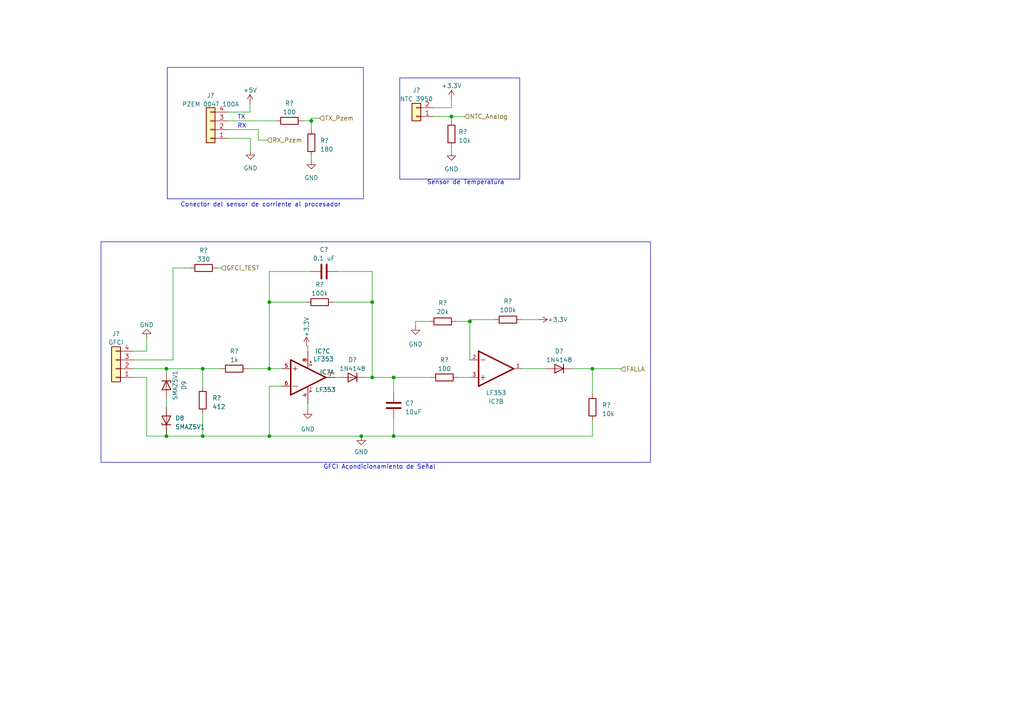
<source format=kicad_sch>
(kicad_sch (version 20230121) (generator eeschema)
  (paper "A4")
  (lib_symbols
    (symbol "Connector_Generic:Conn_01x02" (pin_names (offset 1.016) hide)
      (property "Reference" "J" (at 0 2.54 0))
      (property "Value" "Conn_01x02" (at 0 -5.08 0))
      (symbol "Conn_01x02_1_1"
        (rectangle (start -1.27 -2.413) (end 0 -2.667) (stroke (width 0.1524)))
        (rectangle (start -1.27 0.127) (end 0 -0.127) (stroke (width 0.1524)))
        (rectangle (start -1.27 1.27) (end 1.27 -3.81) (stroke (width 0.254)) (fill (type background)))
        (pin passive line (at -5.08 0 0) (length 3.81) (name "Pin_1") (number "1"))
        (pin passive line (at -5.08 -2.54 0) (length 3.81) (name "Pin_2") (number "2"))
      )
    )
    (symbol "Connector_Generic:Conn_01x04" (pin_names (offset 1.016) hide)
      (property "Reference" "J" (at 0 5.08 0))
      (property "Value" "Conn_01x04" (at 0 -7.62 0))
      (symbol "Conn_01x04_1_1"
        (rectangle (start -1.27 -4.953) (end 0 -5.207) (stroke (width 0.1524)))
        (rectangle (start -1.27 -2.413) (end 0 -2.667) (stroke (width 0.1524)))
        (rectangle (start -1.27 0.127) (end 0 -0.127) (stroke (width 0.1524)))
        (rectangle (start -1.27 2.667) (end 0 2.413) (stroke (width 0.1524)))
        (rectangle (start -1.27 3.81) (end 1.27 -6.35) (stroke (width 0.254)) (fill (type background)))
        (pin passive line (at -5.08 2.54 0) (length 3.81) (name "Pin_1") (number "1"))
        (pin passive line (at -5.08 0 0) (length 3.81) (name "Pin_2") (number "2"))
        (pin passive line (at -5.08 -2.54 0) (length 3.81) (name "Pin_3") (number "3"))
        (pin passive line (at -5.08 -5.08 0) (length 3.81) (name "Pin_4") (number "4"))
      )
    )
    (symbol "Device:C" (pin_numbers hide) (pin_names (offset 0.254))
      (property "Reference" "C" (at 0.635 2.54 0))
      (property "Value" "C" (at 0.635 -2.54 0))
      (symbol "C_0_1"
        (polyline (pts (xy -2.032 -0.762) (xy 2.032 -0.762)) (stroke (width 0.508)))
        (polyline (pts (xy -2.032 0.762) (xy 2.032 0.762)) (stroke (width 0.508)))
      )
      (symbol "C_1_1"
        (pin passive line (at 0 3.81 270) (length 2.794) (name "~") (number "1"))
        (pin passive line (at 0 -3.81 90) (length 2.794) (name "~") (number "2"))
      )
    )
    (symbol "Device:D_Zener" (pin_numbers hide) (pin_names (offset 1.016) hide)
      (property "Reference" "D" (at 0 2.54 0))
      (property "Value" "D_Zener" (at 0 -2.54 0))
      (symbol "D_Zener_0_1"
        (polyline (pts (xy 1.27 0) (xy -1.27 0)))
        (polyline (pts (xy -1.27 -1.27) (xy -1.27 1.27) (xy -0.762 1.27)) (stroke (width 0.254)))
        (polyline (pts (xy 1.27 -1.27) (xy 1.27 1.27) (xy -1.27 0) (xy 1.27 -1.27)) (stroke (width 0.254)))
      )
      (symbol "D_Zener_1_1"
        (pin passive line (at -3.81 0 0) (length 2.54) (name "K") (number "1"))
        (pin passive line (at 3.81 0 180) (length 2.54) (name "A") (number "2"))
      )
    )
    (symbol "Device:R" (pin_numbers hide) (pin_names (offset 0))
      (property "Reference" "R" (at 2.032 0 90))
      (property "Value" "R" (at 0 0 90))
      (symbol "R_0_1"
        (rectangle (start -1.016 -2.54) (end 1.016 2.54) (stroke (width 0.254)))
      )
      (symbol "R_1_1"
        (pin passive line (at 0 3.81 270) (length 1.27) (name "~") (number "1"))
        (pin passive line (at 0 -3.81 90) (length 1.27) (name "~") (number "2"))
      )
    )
    (symbol "Diode:1N4148" (pin_numbers hide) (pin_names hide)
      (property "Reference" "D" (at 0 2.54 0))
      (property "Value" "1N4148" (at 0 -2.54 0))
      (symbol "1N4148_0_1"
        (polyline (pts (xy -1.27 1.27) (xy -1.27 -1.27)) (stroke (width 0.254)))
        (polyline (pts (xy 1.27 0) (xy -1.27 0)))
        (polyline (pts (xy 1.27 1.27) (xy 1.27 -1.27) (xy -1.27 0) (xy 1.27 1.27)) (stroke (width 0.254)))
      )
      (symbol "1N4148_1_1"
        (pin passive line (at -3.81 0 0) (length 2.54) (name "K") (number "1"))
        (pin passive line (at 3.81 0 180) (length 2.54) (name "A") (number "2"))
      )
    )
    (symbol "LF353:LF353" (pin_names (offset 1.016))
      (property "Reference" "IC" (at 0 0 0))
      (property "Value" "LF353" (at 0 0 0))
      (symbol "LF353_1_0"
        (text "V+" (at 1.27 3.175 900) (effects (font (size 0.8128 0.8128)) (justify left bottom)))
        (text "V-" (at 1.27 -4.445 900) (effects (font (size 0.8128 0.8128)) (justify left bottom)))
        (pin power_in line (at 0 -7.62 90) (length 5.08) (name "~") (number "4"))
        (pin power_in line (at 0 7.62 270) (length 5.08) (name "~") (number "8"))
      )
      (symbol "LF353_2_0"
        (polyline (pts (xy -5.08 -5.08) (xy 5.08 0)) (stroke (width 0.4064)))
        (polyline (pts (xy -5.08 5.08) (xy -5.08 -5.08)) (stroke (width 0.4064)))
        (polyline (pts (xy -4.445 -2.54) (xy -3.175 -2.54)) (stroke (width 0.1524)))
        (polyline (pts (xy -4.445 2.54) (xy -3.175 2.54)) (stroke (width 0.1524)))
        (polyline (pts (xy -3.81 3.175) (xy -3.81 1.905)) (stroke (width 0.1524)))
        (polyline (pts (xy 5.08 0) (xy -5.08 5.08)) (stroke (width 0.4064)))
        (pin output line (at 7.62 0 180) (length 2.54) (name "~") (number "1"))
        (pin input line (at -7.62 -2.54 0) (length 2.54) (name "~") (number "2"))
        (pin input line (at -7.62 2.54 0) (length 2.54) (name "~") (number "3"))
      )
      (symbol "LF353_3_0"
        (polyline (pts (xy -5.08 -5.08) (xy 5.08 0)) (stroke (width 0.4064)))
        (polyline (pts (xy -5.08 5.08) (xy -5.08 -5.08)) (stroke (width 0.4064)))
        (polyline (pts (xy -4.445 -2.54) (xy -3.175 -2.54)) (stroke (width 0.1524)))
        (polyline (pts (xy -4.445 2.54) (xy -3.175 2.54)) (stroke (width 0.1524)))
        (polyline (pts (xy -3.81 3.175) (xy -3.81 1.905)) (stroke (width 0.1524)))
        (polyline (pts (xy 5.08 0) (xy -5.08 5.08)) (stroke (width 0.4064)))
        (pin input line (at -7.62 2.54 0) (length 2.54) (name "~") (number "5"))
        (pin input line (at -7.62 -2.54 0) (length 2.54) (name "~") (number "6"))
        (pin output line (at 7.62 0 180) (length 2.54) (name "~") (number "7"))
      )
    )
    (symbol "power:+3.3V" (power) (pin_names (offset 0))
      (property "Value" "+3.3V" (at 0 3.556 0))
      (symbol "+3.3V_0_1"
        (polyline (pts (xy -0.762 1.27) (xy 0 2.54)))
        (polyline (pts (xy 0 0) (xy 0 2.54)))
        (polyline (pts (xy 0 2.54) (xy 0.762 1.27)))
      )
      (symbol "+3.3V_1_1"
        (pin power_in line (at 0 0 90) (length 0) hide (name "+3.3V") (number "1"))
      )
    )
    (symbol "power:+5V" (power) (pin_names (offset 0))
      (property "Value" "+5V" (at 0 3.556 0))
      (symbol "+5V_0_1"
        (polyline (pts (xy -0.762 1.27) (xy 0 2.54)))
        (polyline (pts (xy 0 0) (xy 0 2.54)))
        (polyline (pts (xy 0 2.54) (xy 0.762 1.27)))
      )
      (symbol "+5V_1_1"
        (pin power_in line (at 0 0 90) (length 0) hide (name "+5V") (number "1"))
      )
    )
    (symbol "power:GND" (power) (pin_names (offset 0))
      (property "Value" "GND" (at 0 -3.81 0))
      (symbol "GND_0_1"
        (polyline (pts (xy 0 0) (xy 0 -1.27) (xy 1.27 -1.27) (xy 0 -2.54) (xy -1.27 -1.27) (xy 0 -1.27)))
      )
      (symbol "GND_1_1"
        (pin power_in line (at 0 0 270) (length 0) hide (name "GND") (number "1"))
      )
    )
  )
  (junction (at 90.297 35.052))
  (junction (at 78.105 126.492))
  (junction (at 48.26 106.934))
  (junction (at 107.95 87.63))
  (junction (at 171.831 106.934))
  (junction (at 78.105 106.934))
  (junction (at 136.271 93.218))
  (junction (at 48.26 126.492))
  (junction (at 107.95 109.474))
  (junction (at 114.173 109.474))
  (junction (at 58.801 126.492))
  (junction (at 130.937 33.782))
  (junction (at 78.105 87.63))
  (junction (at 104.775 126.492))
  (junction (at 114.173 126.492))
  (junction (at 58.801 106.934))
  (wire (pts (xy 114.173 126.492) (xy 171.831 126.492)))
  (wire (pts (xy 132.715 109.474) (xy 136.271 109.474)))
  (wire (pts (xy 125.857 31.242) (xy 130.937 31.242)))
  (wire (pts (xy 74.93 40.64) (xy 74.93 37.592)))
  (wire (pts (xy 136.271 92.71) (xy 143.51 92.71)))
  (wire (pts (xy 87.757 35.052) (xy 90.297 35.052)))
  (wire (pts (xy 120.523 93.218) (xy 120.523 94.488)))
  (wire (pts (xy 48.26 115.57) (xy 48.26 118.11)))
  (wire (pts (xy 78.105 112.014) (xy 78.105 126.492)))
  (wire (pts (xy 42.545 101.854) (xy 42.545 98.044)))
  (wire (pts (xy 81.788 106.934) (xy 78.105 106.934)))
  (wire (pts (xy 66.167 35.052) (xy 80.137 35.052)))
  (wire (pts (xy 130.937 42.672) (xy 130.937 43.942)))
  (wire (pts (xy 165.989 106.934) (xy 171.831 106.934)))
  (wire (pts (xy 50.165 77.724) (xy 50.165 104.394)))
  (wire (pts (xy 90.297 45.212) (xy 90.297 46.482)))
  (wire (pts (xy 71.755 106.934) (xy 78.105 106.934)))
  (wire (pts (xy 171.831 126.492) (xy 171.831 121.92)))
  (wire (pts (xy 114.173 121.412) (xy 114.173 126.492)))
  (wire (pts (xy 114.173 109.474) (xy 114.173 113.792)))
  (wire (pts (xy 72.517 32.512) (xy 72.517 29.972)))
  (wire (pts (xy 58.801 112.268) (xy 58.801 106.934)))
  (wire (pts (xy 38.735 101.854) (xy 42.545 101.854)))
  (wire (pts (xy 62.865 77.724) (xy 64.135 77.724)))
  (wire (pts (xy 38.735 104.394) (xy 50.165 104.394)))
  (wire (pts (xy 107.95 109.474) (xy 114.173 109.474)))
  (wire (pts (xy 136.271 92.71) (xy 136.271 93.218)))
  (wire (pts (xy 78.105 112.014) (xy 81.788 112.014)))
  (wire (pts (xy 97.79 78.74) (xy 107.95 78.74)))
  (wire (pts (xy 132.207 93.218) (xy 136.271 93.218)))
  (wire (pts (xy 78.105 87.63) (xy 78.105 106.934)))
  (wire (pts (xy 130.937 33.782) (xy 134.747 33.782)))
  (wire (pts (xy 106.045 109.474) (xy 107.95 109.474)))
  (wire (pts (xy 180.086 106.934) (xy 180.086 107.061)))
  (wire (pts (xy 125.857 33.782) (xy 130.937 33.782)))
  (wire (pts (xy 97.028 109.474) (xy 98.425 109.474)))
  (wire (pts (xy 89.281 100.33) (xy 89.281 101.854)))
  (wire (pts (xy 124.587 93.218) (xy 120.523 93.218)))
  (wire (pts (xy 90.297 34.29) (xy 92.71 34.29)))
  (wire (pts (xy 78.105 87.63) (xy 78.105 78.74)))
  (wire (pts (xy 74.93 40.64) (xy 77.47 40.64)))
  (wire (pts (xy 114.173 109.474) (xy 125.095 109.474)))
  (wire (pts (xy 171.831 106.934) (xy 171.831 114.3)))
  (wire (pts (xy 42.545 126.492) (xy 48.26 126.492)))
  (wire (pts (xy 107.95 78.74) (xy 107.95 87.63)))
  (wire (pts (xy 38.735 106.934) (xy 48.26 106.934)))
  (wire (pts (xy 151.13 92.71) (xy 156.21 92.71)))
  (wire (pts (xy 74.93 37.592) (xy 66.167 37.592)))
  (wire (pts (xy 66.167 32.512) (xy 72.517 32.512)))
  (wire (pts (xy 104.775 126.492) (xy 114.173 126.492)))
  (wire (pts (xy 72.644 40.132) (xy 72.644 43.688)))
  (wire (pts (xy 42.545 109.474) (xy 42.545 126.492)))
  (wire (pts (xy 89.281 117.094) (xy 89.281 118.872)))
  (wire (pts (xy 58.801 126.492) (xy 78.105 126.492)))
  (wire (pts (xy 171.831 106.934) (xy 180.086 106.934)))
  (wire (pts (xy 130.937 33.782) (xy 130.937 35.052)))
  (wire (pts (xy 78.105 87.63) (xy 88.9 87.63)))
  (wire (pts (xy 88.9 100.33) (xy 89.281 100.33)))
  (wire (pts (xy 38.735 109.474) (xy 42.545 109.474)))
  (wire (pts (xy 48.26 126.492) (xy 58.801 126.492)))
  (wire (pts (xy 78.105 126.492) (xy 104.775 126.492)))
  (wire (pts (xy 151.511 106.934) (xy 158.369 106.934)))
  (wire (pts (xy 78.105 78.74) (xy 90.17 78.74)))
  (wire (pts (xy 66.167 40.132) (xy 72.644 40.132)))
  (wire (pts (xy 48.26 106.934) (xy 58.801 106.934)))
  (wire (pts (xy 58.801 106.934) (xy 64.135 106.934)))
  (wire (pts (xy 90.297 37.592) (xy 90.297 35.052)))
  (wire (pts (xy 96.52 87.63) (xy 107.95 87.63)))
  (wire (pts (xy 90.297 34.29) (xy 90.297 35.052)))
  (wire (pts (xy 107.95 87.63) (xy 107.95 109.474)))
  (wire (pts (xy 48.26 106.934) (xy 48.26 107.95)))
  (wire (pts (xy 58.801 119.888) (xy 58.801 126.492)))
  (wire (pts (xy 48.26 125.73) (xy 48.26 126.492)))
  (wire (pts (xy 136.271 93.218) (xy 136.271 104.394)))
  (wire (pts (xy 50.165 77.724) (xy 55.245 77.724)))
  (wire (pts (xy 130.937 28.702) (xy 130.937 31.242)))
  (rectangle (start 48.514 19.558) (end 105.41 57.658))
  (rectangle (start 115.951 22.606) (end 150.749 51.943))
  (rectangle (start 29.2862 70.1294) (end 188.6712 134.112))
  (text "TX" (at 68.834 34.798 0) (effects (font (size 1.27 1.27)) (justify left bottom)))
  (text "Conector del sensor de corriente al procesador" (at 52.324 60.198 0) (effects (font (size 1.27 1.27)) (justify left bottom)))
  (text "GFCI Acondicionamiento de Señal" (at 93.7768 136.271 0) (effects (font (size 1.27 1.27)) (justify left bottom)))
  (text "RX" (at 68.834 37.338 0) (effects (font (size 1.27 1.27)) (justify left bottom)))
  (text "Sensor de Temperatura" (at 123.825 53.721 0) (effects (font (size 1.27 1.27)) (justify left bottom)))
  (hierarchical_label "TX_Pzem" (shape input) (at 92.71 34.29 0))
  (hierarchical_label "NTC_Analog" (shape input) (at 134.747 33.782 0))
  (hierarchical_label "FALLA" (shape input) (at 180.086 107.061 0))
  (hierarchical_label "GFCI_TEST" (shape input) (at 64.135 77.724 0))
  (hierarchical_label "RX_Pzem" (shape input) (at 77.47 40.64 0))
  (symbol (lib_id "Device:R") (at 67.945 106.934 270) (unit 1)
    (property "Reference" "R?" (at 67.945 101.854 90))
    (property "Value" "1k" (at 67.945 104.394 90))
    (property "Footprint" "Resistor_SMD:R_1206_3216Metric_Pad1.30x1.75mm_HandSolder" (effects hide))
    (instances (project "Sensores" (path "" (reference "R?") (unit 1))) (project "CircuitoPotencia" (path "" (reference "R11") (unit 1))))
  )
  (symbol (lib_id "Device:R") (at 128.905 109.474 90) (unit 1)
    (property "Reference" "R?" (at 128.905 104.394 90))
    (property "Value" "100" (at 128.905 106.934 90))
    (property "Footprint" "Resistor_SMD:R_1206_3216Metric_Pad1.30x1.75mm_HandSolder" (effects hide))
    (instances (project "Sensores" (path "" (reference "R?") (unit 1))) (project "CircuitoPotencia" (path "" (reference "R16") (unit 1))))
  )
  (symbol (lib_id "power:GND") (at 72.644 43.688 0) (unit 1)
    (property "Reference" "#PWR?" (effects hide))
    (property "Value" "GND" (at 72.644 48.768 0))
    (instances (project "Sensores" (path "" (reference "#PWR?") (unit 1))) (project "CircuitoPotencia" (path "" (reference "#PWR022") (unit 1))))
  )
  (symbol (lib_id "LF353:LF353") (at 143.891 106.934 0) (mirror x) (unit 2)
    (property "Reference" "IC?" (at 143.891 116.459 0))
    (property "Value" "LF353" (at 143.891 113.919 0))
    (property "Footprint" "LF353:DIL08" (effects hide))
    (instances (project "Sensores" (path "" (reference "IC?") (unit 2))) (project "CircuitoPotencia" (path "" (reference "IC1") (unit 2))))
  )
  (symbol (lib_id "Device:R") (at 59.055 77.724 90) (unit 1)
    (property "Reference" "R?" (at 59.055 72.644 90))
    (property "Value" "330" (at 59.055 75.184 90))
    (property "Footprint" "Resistor_SMD:R_1206_3216Metric_Pad1.30x1.75mm_HandSolder" (effects hide))
    (instances (project "Sensores" (path "" (reference "R?") (unit 1))) (project "CircuitoPotencia" (path "" (reference "R10") (unit 1))))
  )
  (symbol (lib_id "Device:C") (at 114.173 117.602 0) (unit 1)
    (property "Reference" "C?" (at 117.475 116.967 0) (effects (justify left)))
    (property "Value" "10uF" (at 117.475 119.507 0) (effects (justify left)))
    (property "Footprint" "Capacitor_SMD:C_0805_2012Metric_Pad1.18x1.45mm_HandSolder" (effects hide))
    (instances (project "Sensores" (path "" (reference "C?") (unit 1))) (project "CircuitoPotencia" (path "" (reference "C5") (unit 1))))
  )
  (symbol (lib_id "power:GND") (at 89.281 118.872 0) (unit 1)
    (property "Reference" "#PWR?" (effects hide))
    (property "Value" "GND" (at 89.281 124.46 0))
    (instances (project "Sensores" (path "" (reference "#PWR?") (unit 1))) (project "CircuitoPotencia" (path "" (reference "#PWR024") (unit 1))))
  )
  (symbol (lib_id "Device:R") (at 128.397 93.218 90) (unit 1)
    (property "Reference" "R?" (at 128.397 87.884 90))
    (property "Value" "20k" (at 128.397 90.424 90))
    (property "Footprint" "Resistor_SMD:R_1206_3216Metric_Pad1.30x1.75mm_HandSolder" (effects hide))
    (instances (project "Sensores" (path "" (reference "R?") (unit 1))) (project "CircuitoPotencia" (path "" (reference "R15") (unit 1))))
  )
  (symbol (lib_id "power:GND") (at 42.545 98.044 180) (unit 1)
    (property "Reference" "#PWR?" (effects hide))
    (property "Value" "GND" (at 42.545 94.234 0))
    (instances (project "Sensores" (path "" (reference "#PWR?") (unit 1))) (project "CircuitoPotencia" (path "" (reference "#PWR020") (unit 1))))
  )
  (symbol (lib_id "Device:D_Zener") (at 48.26 111.76 270) (unit 1)
    (property "Reference" "D9" (at 53.34 111.76 0))
    (property "Value" "SMAZ5V1" (at 50.8 111.76 0))
    (property "Footprint" "DO214AC:DO-214AC" (effects hide))
  )
  (symbol (lib_id "power:GND") (at 130.937 43.942 0) (unit 1)
    (property "Reference" "#PWR?" (effects hide))
    (property "Value" "GND" (at 130.937 49.022 0))
    (instances (project "Sensores" (path "" (reference "#PWR?") (unit 1))) (project "CircuitoPotencia" (path "" (reference "#PWR029") (unit 1))))
  )
  (symbol (lib_id "power:+3.3V") (at 88.9 100.33 0) (unit 1)
    (property "Reference" "#PWR023" (effects hide))
    (property "Value" "+3.3V" (at 88.9 97.79 90) (effects (justify left)))
  )
  (symbol (lib_id "Diode:1N4148") (at 102.235 109.474 180) (unit 1)
    (property "Reference" "D?" (at 102.235 104.3686 0))
    (property "Value" "1N4148" (at 102.235 106.9086 0))
    (property "Footprint" "Diode_THT:D_DO-35_SOD27_P7.62mm_Horizontal" (effects hide))
    (property "Datasheet" "https://assets.nexperia.com/documents/data-sheet/1N4148_1N4448.pdf" (effects hide))
    (property "Sim.Device" "D" (effects hide))
    (property "Sim.Pins" "1=K 2=A" (effects hide))
    (instances (project "Sensores" (path "" (reference "D?") (unit 1))) (project "CircuitoPotencia" (path "" (reference "D5") (unit 1))))
  )
  (symbol (lib_id "power:GND") (at 90.297 46.482 0) (unit 1)
    (property "Reference" "#PWR?" (effects hide))
    (property "Value" "GND" (at 90.297 51.562 0))
    (instances (project "Sensores" (path "" (reference "#PWR?") (unit 1))) (project "CircuitoPotencia" (path "" (reference "#PWR025") (unit 1))))
  )
  (symbol (lib_id "power:+3.3V") (at 130.937 28.702 0) (unit 1)
    (property "Reference" "#PWR?" (effects hide))
    (property "Value" "+3.3V" (at 130.937 24.892 0))
    (instances (project "Sensores" (path "" (reference "#PWR?") (unit 1))) (project "CircuitoPotencia" (path "" (reference "#PWR028") (unit 1))))
  )
  (symbol (lib_id "Device:R") (at 171.831 118.11 0) (unit 1)
    (property "Reference" "R?" (at 174.625 117.475 0) (effects (justify left)))
    (property "Value" "10k" (at 174.625 120.015 0) (effects (justify left)))
    (property "Footprint" "Resistor_SMD:R_1206_3216Metric_Pad1.30x1.75mm_HandSolder" (effects hide))
    (instances (project "Sensores" (path "" (reference "R?") (unit 1))) (project "CircuitoPotencia" (path "" (reference "R19") (unit 1))))
  )
  (symbol (lib_id "Connector_Generic:Conn_01x02") (at 120.777 33.782 180) (unit 1)
    (property "Reference" "J?" (at 120.777 26.162 0))
    (property "Value" "NTC 3950" (at 120.777 28.702 0))
    (property "Footprint" "Connector_JST:JST_EH_B2B-EH-A_1x02_P2.50mm_Vertical" (effects hide))
    (instances (project "Sensores" (path "" (reference "J?") (unit 1))) (project "CircuitoPotencia" (path "" (reference "J6") (unit 1))))
  )
  (symbol (lib_id "Device:R") (at 130.937 38.862 180) (unit 1)
    (property "Reference" "R?" (at 132.969 38.227 0) (effects (justify right)))
    (property "Value" "10k" (at 132.969 40.767 0) (effects (justify right)))
    (property "Footprint" "Resistor_SMD:R_1206_3216Metric_Pad1.30x1.75mm_HandSolder" (effects hide))
    (instances (project "Sensores" (path "" (reference "R?") (unit 1))) (project "CircuitoPotencia" (path "" (reference "R17") (unit 1))))
  )
  (symbol (lib_id "LF353:LF353") (at 89.281 109.474 0) (unit 1)
    (property "Reference" "IC?" (at 92.71 107.95 0) (effects (justify left)))
    (property "Value" "LF353" (at 91.44 113.03 0) (effects (justify left)))
    (property "Footprint" "LF353:DIL08" (effects hide))
    (instances (project "Sensores" (path "" (reference "IC?") (unit 1))) (project "CircuitoPotencia" (path "" (reference "IC1") (unit 1))))
  )
  (symbol (lib_id "Device:C") (at 93.98 78.74 90) (unit 1)
    (property "Reference" "C?" (at 93.98 72.39 90))
    (property "Value" "0.1 uF" (at 93.98 74.93 90))
    (property "Footprint" "Capacitor_SMD:C_0805_2012Metric_Pad1.18x1.45mm_HandSolder" (effects hide))
    (instances (project "Sensores" (path "" (reference "C?") (unit 1))) (project "CircuitoPotencia" (path "" (reference "C4") (unit 1))))
  )
  (symbol (lib_id "Device:R") (at 147.32 92.71 90) (unit 1)
    (property "Reference" "R?" (at 147.32 87.376 90))
    (property "Value" "100k" (at 147.32 89.916 90))
    (property "Footprint" "Resistor_SMD:R_1206_3216Metric_Pad1.30x1.75mm_HandSolder" (effects hide))
    (instances (project "Sensores" (path "" (reference "R?") (unit 1))) (project "CircuitoPotencia" (path "" (reference "R18") (unit 1))))
  )
  (symbol (lib_id "Device:R") (at 58.801 116.078 0) (unit 1)
    (property "Reference" "R?" (at 61.595 115.443 0) (effects (justify left)))
    (property "Value" "412" (at 61.595 117.983 0) (effects (justify left)))
    (property "Footprint" "Resistor_SMD:R_1206_3216Metric_Pad1.30x1.75mm_HandSolder" (effects hide))
    (instances (project "Sensores" (path "" (reference "R?") (unit 1))) (project "CircuitoPotencia" (path "" (reference "R9") (unit 1))))
  )
  (symbol (lib_id "Diode:1N4148") (at 162.179 106.934 180) (unit 1)
    (property "Reference" "D?" (at 162.179 101.854 0))
    (property "Value" "1N4148" (at 162.179 104.394 0))
    (property "Footprint" "Diode_THT:D_DO-35_SOD27_P7.62mm_Horizontal" (effects hide))
    (property "Datasheet" "https://assets.nexperia.com/documents/data-sheet/1N4148_1N4448.pdf" (effects hide))
    (property "Sim.Device" "D" (effects hide))
    (property "Sim.Pins" "1=K 2=A" (effects hide))
    (instances (project "Sensores" (path "" (reference "D?") (unit 1))) (project "CircuitoPotencia" (path "" (reference "D6") (unit 1))))
  )
  (symbol (lib_id "Connector_Generic:Conn_01x04") (at 61.087 37.592 180) (unit 1)
    (property "Reference" "J?" (at 61.087 27.686 0))
    (property "Value" "PZEM 004T 100A" (at 61.087 30.226 0))
    (property "Footprint" "PZEM:PZEM" (effects hide))
    (instances (project "Sensores" (path "" (reference "J?") (unit 1))) (project "CircuitoPotencia" (path "" (reference "J5") (unit 1))))
  )
  (symbol (lib_id "Device:R") (at 90.297 41.402 180) (unit 1)
    (property "Reference" "R?" (at 92.837 40.767 0) (effects (justify right)))
    (property "Value" "180" (at 92.837 43.307 0) (effects (justify right)))
    (property "Footprint" "Resistor_SMD:R_1206_3216Metric_Pad1.30x1.75mm_HandSolder" (effects hide))
    (instances (project "Sensores" (path "" (reference "R?") (unit 1))) (project "CircuitoPotencia" (path "" (reference "R13") (unit 1))))
  )
  (symbol (lib_id "Device:R") (at 92.71 87.63 90) (unit 1)
    (property "Reference" "R?" (at 92.71 82.55 90))
    (property "Value" "100k" (at 92.71 85.09 90))
    (property "Footprint" "Resistor_SMD:R_1206_3216Metric_Pad1.30x1.75mm_HandSolder" (effects hide))
    (instances (project "Sensores" (path "" (reference "R?") (unit 1))) (project "CircuitoPotencia" (path "" (reference "R14") (unit 1))))
  )
  (symbol (lib_id "power:GND") (at 104.775 126.492 0) (unit 1)
    (property "Reference" "#PWR?" (effects hide))
    (property "Value" "GND" (at 104.775 131.064 0))
    (instances (project "Sensores" (path "" (reference "#PWR?") (unit 1))) (project "CircuitoPotencia" (path "" (reference "#PWR026") (unit 1))))
  )
  (symbol (lib_id "LF353:LF353") (at 89.408 109.474 0) (unit 3)
    (property "Reference" "IC?" (at 93.599 101.854 0))
    (property "Value" "LF353" (at 93.853 104.14 0))
    (property "Footprint" "LF353:DIL08" (effects hide))
    (instances (project "Sensores" (path "" (reference "IC?") (unit 3))) (project "CircuitoPotencia" (path "" (reference "IC1") (unit 3))))
  )
  (symbol (lib_id "Connector_Generic:Conn_01x04") (at 33.655 106.934 180) (unit 1)
    (property "Reference" "J?" (at 33.655 96.774 0))
    (property "Value" "GFCI" (at 33.655 99.314 0))
    (property "Footprint" "Connector_JST:JST_EH_B4B-EH-A_1x04_P2.50mm_Vertical" (effects hide))
    (instances (project "Sensores" (path "" (reference "J?") (unit 1))) (project "CircuitoPotencia" (path "" (reference "J4") (unit 1))))
  )
  (symbol (lib_id "Device:D_Zener") (at 48.26 121.92 90) (unit 1)
    (property "Reference" "D8" (at 50.8 121.285 90) (effects (justify right)))
    (property "Value" "SMAZ5V1" (at 50.8 123.825 90) (effects (justify right)))
    (property "Footprint" "DO214AC:DO-214AC" (effects hide))
  )
  (symbol (lib_id "power:+3.3V") (at 156.21 92.71 270) (unit 1)
    (property "Reference" "#PWR030" (effects hide))
    (property "Value" "+3.3V" (at 158.75 92.71 90) (effects (justify left)))
  )
  (symbol (lib_id "Device:R") (at 83.947 35.052 270) (unit 1)
    (property "Reference" "R?" (at 83.947 29.972 90))
    (property "Value" "100" (at 83.947 32.512 90))
    (property "Footprint" "Resistor_SMD:R_1206_3216Metric_Pad1.30x1.75mm_HandSolder" (effects hide))
    (instances (project "Sensores" (path "" (reference "R?") (unit 1))) (project "CircuitoPotencia" (path "" (reference "R12") (unit 1))))
  )
  (symbol (lib_id "power:GND") (at 120.523 94.488 0) (unit 1)
    (property "Reference" "#PWR?" (effects hide))
    (property "Value" "GND" (at 120.523 99.822 0))
    (instances (project "Sensores" (path "" (reference "#PWR?") (unit 1))) (project "CircuitoPotencia" (path "" (reference "#PWR027") (unit 1))))
  )
  (symbol (lib_id "power:+5V") (at 72.517 29.972 0) (unit 1)
    (property "Reference" "#PWR?" (effects hide))
    (property "Value" "+5V" (at 72.517 26.162 0))
    (instances (project "Sensores" (path "" (reference "#PWR?") (unit 1))) (project "CircuitoPotencia" (path "" (reference "#PWR021") (unit 1))))
  )
)
</source>
